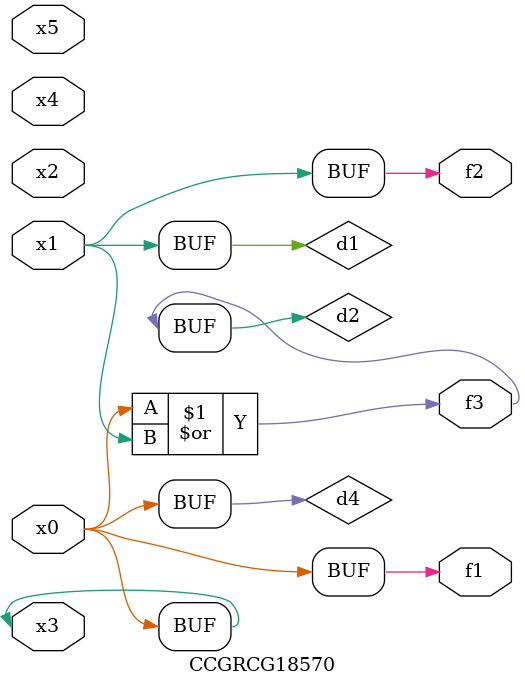
<source format=v>
module CCGRCG18570(
	input x0, x1, x2, x3, x4, x5,
	output f1, f2, f3
);

	wire d1, d2, d3, d4;

	and (d1, x1);
	or (d2, x0, x1);
	nand (d3, x0, x5);
	buf (d4, x0, x3);
	assign f1 = d4;
	assign f2 = d1;
	assign f3 = d2;
endmodule

</source>
